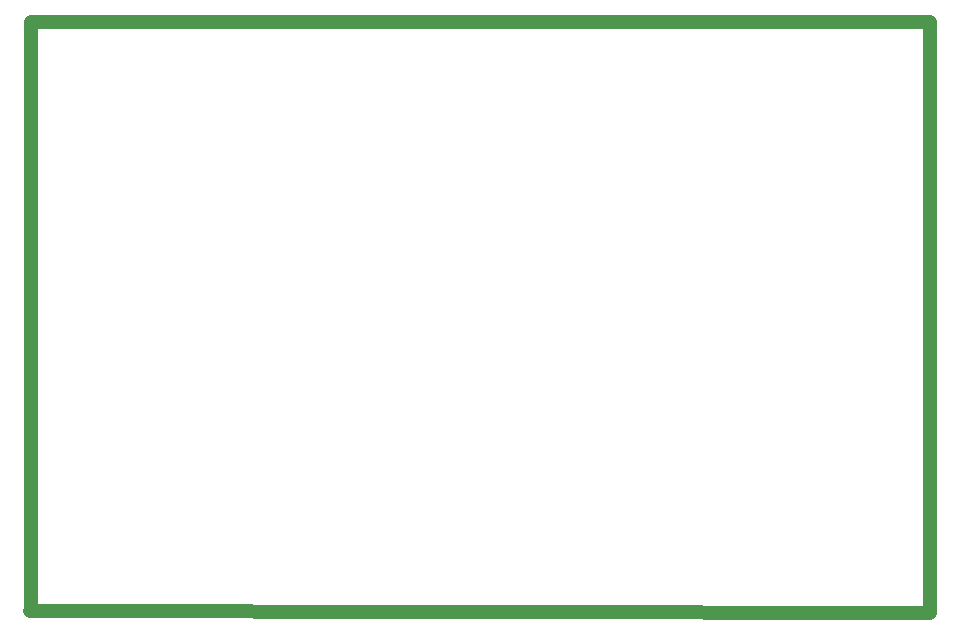
<source format=gm1>
G04 Layer_Color=16711935*
%FSLAX25Y25*%
%MOIN*%
G70*
G01*
G75*
%ADD43C,0.04724*%
D43*
X0Y0D02*
X300000Y-500D01*
Y196500D01*
X500D02*
X300000D01*
X500Y500D02*
Y196500D01*
X0Y0D02*
X500Y500D01*
M02*

</source>
